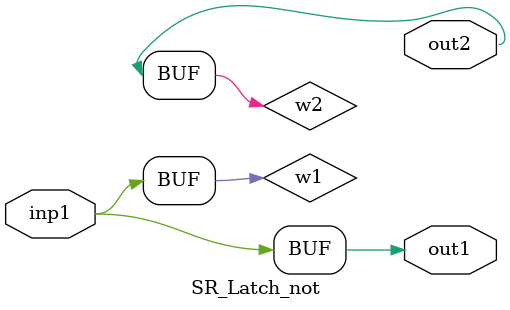
<source format=v>
`timescale 1ns / 1ps


module SR_Latch_not(input inp1,output out1,output out2);
wire w1,w2; 
//assign w2=inp1;
//assign w1=!inp1;
//assign w2=!w1;
//assign out2=w2;
//assign out1=w1;
not(w1,w2);
not(w2,w1);
assign w1=out1;
assign w2=out2;
assign w1=inp1;


endmodule

</source>
